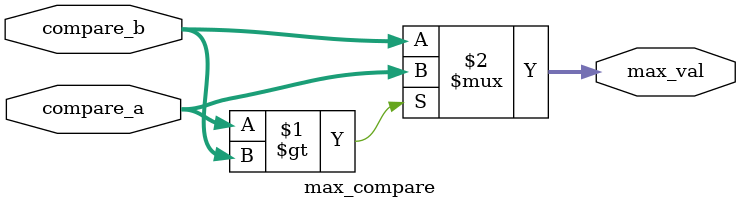
<source format=v>
module max_compare (compare_a, compare_b, max_val);

    // Parameters
    parameter WIDTH = 8;

    // Port connections
    input signed [WIDTH-1:0] compare_a, compare_b;
    output signed [WIDTH-1:0] max_val;

assign max_val = (compare_a > compare_b) ? (compare_a) : (compare_b);

endmodule


</source>
